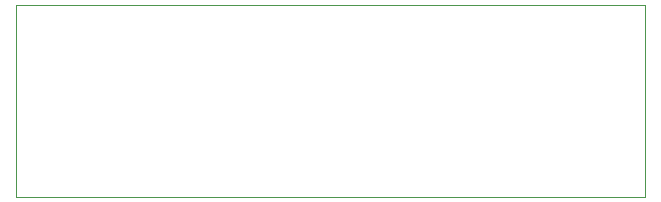
<source format=gbr>
G04 #@! TF.GenerationSoftware,KiCad,Pcbnew,(5.1.5)-3*
G04 #@! TF.CreationDate,2020-07-02T22:05:55+02:00*
G04 #@! TF.ProjectId,Theo3,5468656f-332e-46b6-9963-61645f706362,rev?*
G04 #@! TF.SameCoordinates,Original*
G04 #@! TF.FileFunction,Profile,NP*
%FSLAX46Y46*%
G04 Gerber Fmt 4.6, Leading zero omitted, Abs format (unit mm)*
G04 Created by KiCad (PCBNEW (5.1.5)-3) date 2020-07-02 22:05:55*
%MOMM*%
%LPD*%
G04 APERTURE LIST*
%ADD10C,0.050000*%
G04 APERTURE END LIST*
D10*
X89128600Y-65290000D02*
X89128600Y-81534000D01*
X35839400Y-65278000D02*
X89128600Y-65278000D01*
X35839400Y-81534000D02*
X89128600Y-81534000D01*
X35839400Y-65290000D02*
X35839400Y-81534000D01*
M02*

</source>
